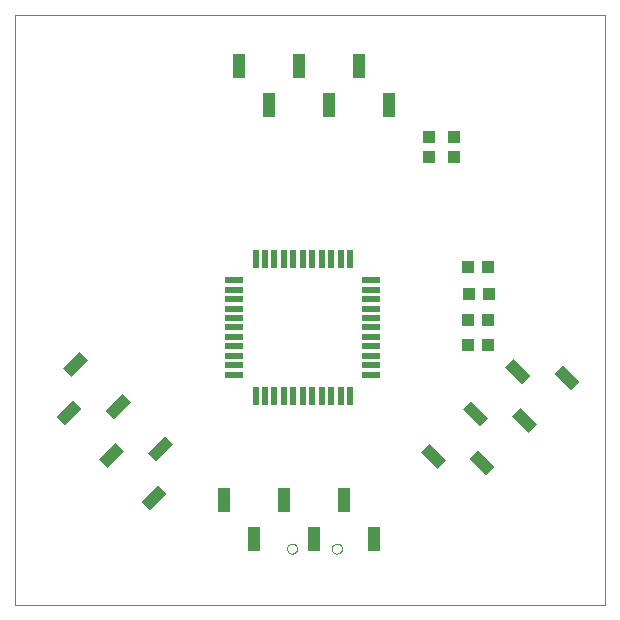
<source format=gtp>
G75*
%MOIN*%
%OFA0B0*%
%FSLAX24Y24*%
%IPPOS*%
%LPD*%
%AMOC8*
5,1,8,0,0,1.08239X$1,22.5*
%
%ADD10C,0.0000*%
%ADD11R,0.0197X0.0591*%
%ADD12R,0.0591X0.0197*%
%ADD13R,0.0433X0.0394*%
%ADD14R,0.0394X0.0787*%
%ADD15R,0.0787X0.0394*%
D10*
X000100Y001115D02*
X000100Y020800D01*
X019785Y020800D01*
X019785Y001115D01*
X000100Y001115D01*
X009175Y003001D02*
X009177Y003026D01*
X009183Y003051D01*
X009192Y003075D01*
X009205Y003097D01*
X009222Y003117D01*
X009241Y003134D01*
X009262Y003148D01*
X009286Y003158D01*
X009310Y003165D01*
X009336Y003168D01*
X009361Y003167D01*
X009386Y003162D01*
X009410Y003153D01*
X009433Y003141D01*
X009453Y003126D01*
X009471Y003107D01*
X009486Y003086D01*
X009497Y003063D01*
X009505Y003039D01*
X009509Y003014D01*
X009509Y002988D01*
X009505Y002963D01*
X009497Y002939D01*
X009486Y002916D01*
X009471Y002895D01*
X009453Y002876D01*
X009433Y002861D01*
X009410Y002849D01*
X009386Y002840D01*
X009361Y002835D01*
X009336Y002834D01*
X009310Y002837D01*
X009286Y002844D01*
X009262Y002854D01*
X009241Y002868D01*
X009222Y002885D01*
X009205Y002905D01*
X009192Y002927D01*
X009183Y002951D01*
X009177Y002976D01*
X009175Y003001D01*
X010671Y003001D02*
X010673Y003026D01*
X010679Y003051D01*
X010688Y003075D01*
X010701Y003097D01*
X010718Y003117D01*
X010737Y003134D01*
X010758Y003148D01*
X010782Y003158D01*
X010806Y003165D01*
X010832Y003168D01*
X010857Y003167D01*
X010882Y003162D01*
X010906Y003153D01*
X010929Y003141D01*
X010949Y003126D01*
X010967Y003107D01*
X010982Y003086D01*
X010993Y003063D01*
X011001Y003039D01*
X011005Y003014D01*
X011005Y002988D01*
X011001Y002963D01*
X010993Y002939D01*
X010982Y002916D01*
X010967Y002895D01*
X010949Y002876D01*
X010929Y002861D01*
X010906Y002849D01*
X010882Y002840D01*
X010857Y002835D01*
X010832Y002834D01*
X010806Y002837D01*
X010782Y002844D01*
X010758Y002854D01*
X010737Y002868D01*
X010718Y002885D01*
X010701Y002905D01*
X010688Y002927D01*
X010679Y002951D01*
X010673Y002976D01*
X010671Y003001D01*
D11*
X010645Y008091D03*
X010960Y008091D03*
X011275Y008091D03*
X010330Y008091D03*
X010015Y008091D03*
X009700Y008091D03*
X009385Y008091D03*
X009070Y008091D03*
X008755Y008091D03*
X008440Y008091D03*
X008125Y008091D03*
X008125Y012658D03*
X008440Y012658D03*
X008755Y012658D03*
X009070Y012658D03*
X009385Y012658D03*
X009700Y012658D03*
X010015Y012658D03*
X010330Y012658D03*
X010645Y012658D03*
X010960Y012658D03*
X011275Y012658D03*
D12*
X011983Y011949D03*
X011983Y011634D03*
X011983Y011320D03*
X011983Y011005D03*
X011983Y010690D03*
X011983Y010375D03*
X011983Y010060D03*
X011983Y009745D03*
X011983Y009430D03*
X011983Y009115D03*
X011983Y008800D03*
X007417Y008800D03*
X007417Y009115D03*
X007417Y009430D03*
X007417Y009745D03*
X007417Y010060D03*
X007417Y010375D03*
X007417Y010690D03*
X007417Y011005D03*
X007417Y011320D03*
X007417Y011634D03*
X007417Y011949D03*
D13*
X013900Y016050D03*
X013900Y016719D03*
X014750Y016729D03*
X014750Y016060D03*
X015195Y012375D03*
X015865Y012375D03*
X015915Y011495D03*
X015245Y011495D03*
X015215Y010625D03*
X015885Y010625D03*
X015885Y009805D03*
X015215Y009805D03*
D14*
X011080Y004614D03*
X010080Y003315D03*
X009080Y004614D03*
X008080Y003315D03*
X007080Y004614D03*
X012080Y003315D03*
X012590Y017805D03*
X011590Y019104D03*
X010590Y017805D03*
X009590Y019104D03*
X008590Y017805D03*
X007590Y019104D03*
D15*
G36*
X002546Y009292D02*
X001991Y008737D01*
X001712Y009016D01*
X002267Y009571D01*
X002546Y009292D01*
G37*
G36*
X003961Y007878D02*
X003406Y007323D01*
X003127Y007602D01*
X003682Y008157D01*
X003961Y007878D01*
G37*
G36*
X005375Y006464D02*
X004820Y005909D01*
X004541Y006188D01*
X005096Y006743D01*
X005375Y006464D01*
G37*
G36*
X005163Y004838D02*
X004608Y004283D01*
X004329Y004562D01*
X004884Y005117D01*
X005163Y004838D01*
G37*
G36*
X003749Y006252D02*
X003194Y005697D01*
X002915Y005976D01*
X003470Y006531D01*
X003749Y006252D01*
G37*
G36*
X002335Y007666D02*
X001780Y007111D01*
X001501Y007390D01*
X002056Y007945D01*
X002335Y007666D01*
G37*
G36*
X014183Y005661D02*
X013628Y006216D01*
X013907Y006495D01*
X014462Y005940D01*
X014183Y005661D01*
G37*
G36*
X015809Y005450D02*
X015254Y006005D01*
X015533Y006284D01*
X016088Y005729D01*
X015809Y005450D01*
G37*
G36*
X017223Y006864D02*
X016668Y007419D01*
X016947Y007698D01*
X017502Y007143D01*
X017223Y006864D01*
G37*
G36*
X015597Y007076D02*
X015042Y007631D01*
X015321Y007910D01*
X015876Y007355D01*
X015597Y007076D01*
G37*
G36*
X017012Y008490D02*
X016457Y009045D01*
X016736Y009324D01*
X017291Y008769D01*
X017012Y008490D01*
G37*
G36*
X018637Y008278D02*
X018082Y008833D01*
X018361Y009112D01*
X018916Y008557D01*
X018637Y008278D01*
G37*
M02*

</source>
